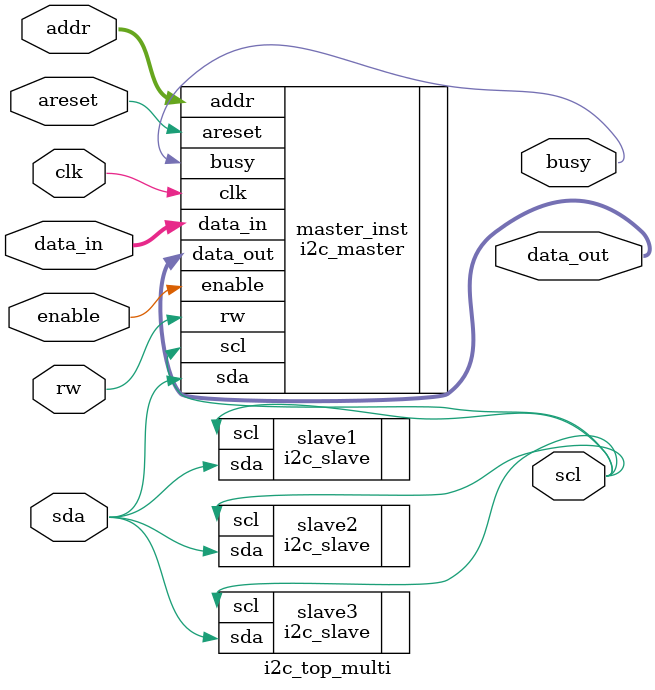
<source format=v>
module i2c_top_multi (
    input clk,
    input areset,
    input [6:0] addr,
    input [7:0] data_in,
    input rw,
    input enable,
    output [7:0] data_out,
    output busy,
    output scl,
    inout sda
);

    // Master
    i2c_master master_inst (
        .clk(clk),
        .areset(areset),
        .addr(addr),
        .data_in(data_in),
        .rw(rw),
        .enable(enable),
        .data_out(data_out),
        .busy(busy),
        .scl(scl),
        .sda(sda)
    );

    // Slave 1 - address 1010111
    i2c_slave #(
        .SLAVE_ADDRESS(7'b1010111),
        .SLAVE_DATA(8'b11001101)
    ) slave1 (
        .scl(scl),
        .sda(sda)
    );

    // Slave 2 - address 1011000
    i2c_slave #(
        .SLAVE_ADDRESS(7'b1011000),
        .SLAVE_DATA(8'b11110000)
    ) slave2 (
        .scl(scl),
        .sda(sda)
    );

    // Slave 3 - address 1011001
    i2c_slave #(
        .SLAVE_ADDRESS(7'b1011001),
        .SLAVE_DATA(8'b00111100)
    ) slave3 (
        .scl(scl),
        .sda(sda)
    );
endmodule


</source>
